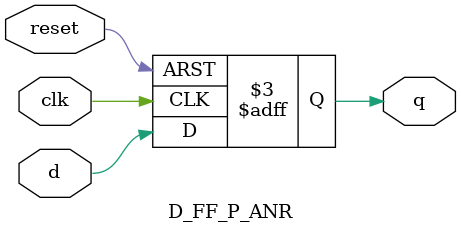
<source format=sv>
module D_FF_P_ANR(d, clk, reset, q);
input logic d, clk, reset;
output logic q;
always_ff @(negedge reset, posedge clk)
	begin
	if(~reset)
		q <= 1'b0;
	else
		q <= d;
	end
endmodule
</source>
